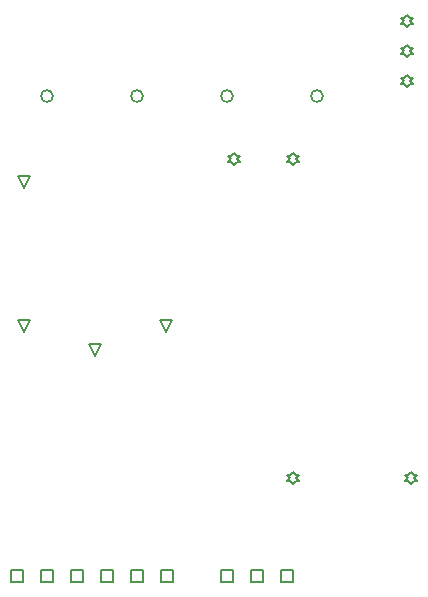
<source format=gbr>
%TF.GenerationSoftware,Altium Limited,Altium Designer,20.2.5 (213)*%
G04 Layer_Color=2752767*
%FSLAX26Y26*%
%MOIN*%
%TF.SameCoordinates,777CE05A-463F-4341-A6E9-F235672CD6F8*%
%TF.FilePolarity,Positive*%
%TF.FileFunction,Drawing*%
%TF.Part,Single*%
G01*
G75*
%TA.AperFunction,NonConductor*%
%ADD70C,0.005000*%
%ADD71C,0.006667*%
D70*
X880000Y180000D02*
Y220000D01*
X920000D01*
Y180000D01*
X880000D01*
X980000D02*
Y220000D01*
X1020000D01*
Y180000D01*
X980000D01*
X1080000D02*
Y220000D01*
X1120000D01*
Y180000D01*
X1080000D01*
X223780Y1493465D02*
X203780Y1533465D01*
X243780D01*
X223780Y1493465D01*
X460000Y934409D02*
X440000Y974409D01*
X480000D01*
X460000Y934409D01*
X223780Y1013150D02*
X203780Y1053150D01*
X243780D01*
X223780Y1013150D01*
X696221D02*
X676221Y1053150D01*
X716221D01*
X696221Y1013150D01*
X1499997Y1830003D02*
X1509997Y1840003D01*
X1519997D01*
X1509997Y1850003D01*
X1519997Y1860003D01*
X1509997D01*
X1499997Y1870003D01*
X1489997Y1860003D01*
X1479997D01*
X1489997Y1850003D01*
X1479997Y1840003D01*
X1489997D01*
X1499997Y1830003D01*
X1500000Y1930000D02*
X1510000Y1940000D01*
X1520000D01*
X1510000Y1950000D01*
X1520000Y1960000D01*
X1510000D01*
X1500000Y1970000D01*
X1490000Y1960000D01*
X1480000D01*
X1490000Y1950000D01*
X1480000Y1940000D01*
X1490000D01*
X1500000Y1930000D01*
X1499997Y2030003D02*
X1509997Y2040003D01*
X1519997D01*
X1509997Y2050003D01*
X1519997Y2060003D01*
X1509997D01*
X1499997Y2070003D01*
X1489997Y2060003D01*
X1479997D01*
X1489997Y2050003D01*
X1479997Y2040003D01*
X1489997D01*
X1499997Y2030003D01*
X680000Y180000D02*
Y220000D01*
X720000D01*
Y180000D01*
X680000D01*
X580000D02*
Y220000D01*
X620000D01*
Y180000D01*
X580000D01*
X480000D02*
Y220000D01*
X520000D01*
Y180000D01*
X480000D01*
X380000D02*
Y220000D01*
X420000D01*
Y180000D01*
X380000D01*
X280000D02*
Y220000D01*
X320000D01*
Y180000D01*
X280000D01*
X180000D02*
Y220000D01*
X220000D01*
Y180000D01*
X180000D01*
X1120000Y507008D02*
X1130000Y517008D01*
X1140000D01*
X1130000Y527008D01*
X1140000Y537008D01*
X1130000D01*
X1120000Y547008D01*
X1110000Y537008D01*
X1100000D01*
X1110000Y527008D01*
X1100000Y517008D01*
X1110000D01*
X1120000Y507008D01*
X1513701D02*
X1523701Y517008D01*
X1533701D01*
X1523701Y527008D01*
X1533701Y537008D01*
X1523701D01*
X1513701Y547008D01*
X1503701Y537008D01*
X1493701D01*
X1503701Y527008D01*
X1493701Y517008D01*
X1503701D01*
X1513701Y507008D01*
X1120000Y1570000D02*
X1130000Y1580000D01*
X1140000D01*
X1130000Y1590000D01*
X1140000Y1600000D01*
X1130000D01*
X1120000Y1610000D01*
X1110000Y1600000D01*
X1100000D01*
X1110000Y1590000D01*
X1100000Y1580000D01*
X1110000D01*
X1120000Y1570000D01*
X923149Y1570000D02*
X933149Y1580000D01*
X943149D01*
X933149Y1590000D01*
X943149Y1600000D01*
X933149D01*
X923149Y1610000D01*
X913149Y1600000D01*
X903149D01*
X913149Y1590000D01*
X903149Y1580000D01*
X913149D01*
X923149Y1570000D01*
D71*
X920000Y1800000D02*
G03*
X920000Y1800000I-20000J0D01*
G01*
X1220000D02*
G03*
X1220000Y1800000I-20000J0D01*
G01*
X620000D02*
G03*
X620000Y1800000I-20000J0D01*
G01*
X320000D02*
G03*
X320000Y1800000I-20000J0D01*
G01*
%TF.MD5,99a77af359d174de1323ce6aeb5c201b*%
M02*

</source>
